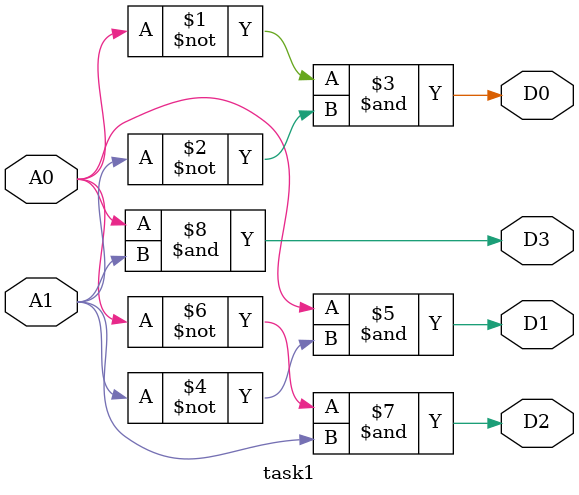
<source format=v>
`timescale 1ns / 1ps


module task1(
    input A0,
    input A1,
    output D0,
    output D1,
    output D2,
    output D3
    );

    
    assign D0 = ~A0 & ~A1;
    assign D1 = A0 & ~A1;
    assign D2 = ~A0 & A1;
    assign D3 = A0 & A1;
    
endmodule

</source>
